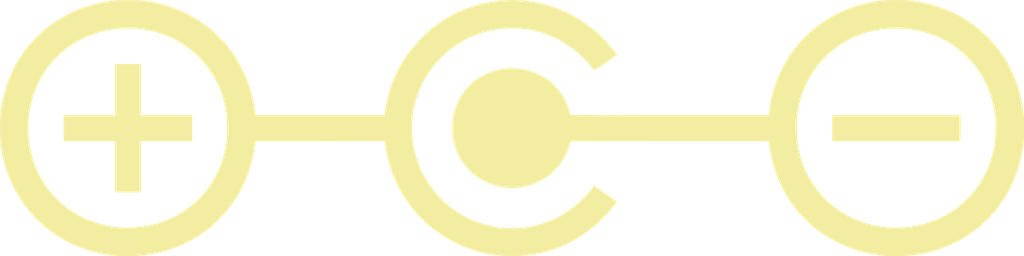
<source format=kicad_pcb>
(kicad_pcb (version 20240108) (generator pcbnew)
  (layers (0 "F.Cu" signal) (31 "B.Cu" signal) (34 "B.Paste" user) (35 "F.Paste" user) (36 "B.SilkS" user "B.Silkscreen") (37 "F.SilkS" user "F.Silkscreen") (38 "B.Mask" user) (39 "F.Mask" user) (44 "Edge.Cuts" user))
  (net 0 "")
  (footprint "Polarity_Center_Negative_12mm_SilkScreen" (layer "F.Cu") (at 0 0)
    (property "Reference" "REF**")
    (property "Value" "Polarity_Center_Negative_12mm_SilkScreen")
    (fp_poly (pts (xy 20.917647 0.597647) (xy 14.941176 0.597647) (xy 14.941176 -0.597647) (xy 20.917647 -0.597647) (xy 20.917647 0.597647)) (layer "F.SilkS") (stroke (width 0.01)) (fill solid))
    (fp_poly (pts (xy -17.306863 -0.597647) (xy -14.916275 -0.597647) (xy -14.916275 0.597647) (xy -17.306863 0.597647) (xy -17.306863 2.988235) (xy -18.502157 2.988235) (xy -18.502157 0.597647) (xy -20.892745 0.597647) (xy -20.892745 -0.597647) (xy -18.502157 -0.597647) (xy -18.502157 -2.988235) (xy -17.306863 -2.988235) (xy -17.306863 -0.597647)) (layer "F.SilkS") (stroke (width 0.01)) (fill solid))
    (fp_poly (pts (xy 18.169814 -5.970186) (xy 18.386007 -5.96185) (xy 18.491478 -5.953973) (xy 19.022581 -5.881604) (xy 19.543812 -5.764147) (xy 20.050719 -5.603413) (xy 20.53885 -5.401216) (xy 21.003752 -5.159365) (xy 21.440973 -4.879672) (xy 21.789216 -4.61212) (xy 22.183563 -4.250615) (xy 22.540907 -3.856593) (xy 22.859707 -3.432507) (xy 23.138417 -2.980812) (xy 23.375495 -2.503964) (xy 23.569398 -2.004416) (xy 23.69467 -1.581246) (xy 23.80114 -1.076715) (xy 23.866898 -0.558223) (xy 23.891761 -0.034605) (xy 23.875548 0.485309) (xy 23.818077 0.992685) (xy 23.75458 1.329458) (xy 23.612397 1.86169) (xy 23.427396 2.370872) (xy 23.200825 2.855151) (xy 22.933932 3.31267) (xy 22.627964 3.741576) (xy 22.284169 4.140012) (xy 21.903794 4.506124) (xy 21.488086 4.838057) (xy 21.312713 4.960493) (xy 20.853654 5.239465) (xy 20.374423 5.473382) (xy 19.873976 5.662643) (xy 19.351271 5.807646) (xy 18.843643 5.90322) (xy 18.716025 5.918882) (xy 18.558407 5.93326) (xy 18.381361 5.945875) (xy 18.195461 5.956254) (xy 18.011279 5.96392) (xy 17.839387 5.968396) (xy 17.690358 5.969208) (xy 17.574764 5.965879) (xy 17.53098 5.962308) (xy 17.469169 5.9555) (xy 17.373094 5.945175) (xy 17.258029 5.932965) (xy 17.182353 5.92501) (xy 16.690278 5.84966) (xy 16.197521 5.728079) (xy 15.711188 5.563226) (xy 15.238382 5.35806) (xy 14.786209 5.115542) (xy 14.361773 4.838631) (xy 14.106961 4.643902) (xy 13.944462 4.504112) (xy 13.766486 4.338217) (xy 13.586498 4.159631) (xy 13.417961 3.981767) (xy 13.27434 3.818039) (xy 13.25743 3.797549) (xy 12.966711 3.404646) (xy 12.707456 2.977034) (xy 12.482157 2.520514) (xy 12.293306 2.040887) (xy 12.143394 1.543952) (xy 12.034914 1.035511) (xy 12.013884 0.902696) (xy 11.96905 0.597647) (xy 7.353351 0.597647) (xy 6.770082 0.597707) (xy 6.234816 0.597896) (xy 5.745751 0.598226) (xy 5.301085 0.598708) (xy 4.899018 0.599355) (xy 4.537748 0.600179) (xy 4.215474 0.601192) (xy 3.930394 0.602407) (xy 3.680708 0.603835) (xy 3.464613 0.605489) (xy 3.280309 0.60738) (xy 3.125994 0.609521) (xy 2.999867 0.611924) (xy 2.900126 0.614601) (xy 2.824971 0.617564) (xy 2.772599 0.620826) (xy 2.74121 0.624397) (xy 2.729002 0.628292) (xy 2.728742 0.628775) (xy 2.628323 0.9435) (xy 2.517285 1.217699) (xy 2.390715 1.460322) (xy 2.243698 1.680319) (xy 2.07132 1.88664) (xy 1.993358 1.968162) (xy 1.72546 2.204707) (xy 1.433478 2.40066) (xy 1.121956 2.556015) (xy 0.795439 2.670764) (xy 0.458472 2.744902) (xy 0.115598 2.778422) (xy -0.228637 2.771318) (xy -0.569689 2.723582) (xy -0.903014 2.635209) (xy -1.224067 2.506192) (xy -1.528303 2.336524) (xy -1.811178 2.126199) (xy -1.975336 1.973867) (xy -2.216972 1.699694) (xy -2.412663 1.410618) (xy -2.565137 1.102299) (xy -2.627217 0.936004) (xy -2.723441 0.576438) (xy -2.773395 0.214195) (xy -2.776204 0.008602) (xy 13.272745 0.008602) (xy 13.293899 0.490325) (xy 13.358138 0.950394) (xy 13.466627 1.394042) (xy 13.620531 1.826508) (xy 13.733481 2.079314) (xy 13.958033 2.490411) (xy 14.220683 2.871129) (xy 14.518802 3.219749) (xy 14.849757 3.534554) (xy 15.210918 3.813826) (xy 15.599653 4.055847) (xy 16.013331 4.258899) (xy 16.449321 4.421264) (xy 16.904992 4.541225) (xy 17.377713 4.617063) (xy 17.65549 4.639982) (xy 17.74529 4.645061) (xy 17.823735 4.649801) (xy 17.854706 4.651842) (xy 17.902023 4.651714) (xy 17.987695 4.648271) (xy 18.100422 4.642079) (xy 18.228905 4.633704) (xy 18.257406 4.63168) (xy 18.746277 4.572918) (xy 19.215378 4.46964) (xy 19.662677 4.323609) (xy 20.086144 4.136588) (xy 20.483746 3.91034) (xy 20.853453 3.646626) (xy 21.193234 3.347211) (xy 21.501057 3.013857) (xy 21.774892 2.648327) (xy 22.012707 2.252382) (xy 22.212472 1.827787) (xy 22.372155 1.376303) (xy 22.475179 0.971177) (xy 22.506717 0.784281) (xy 22.53159 0.561829) (xy 22.549245 0.317691) (xy 22.559129 0.065738) (xy 22.560688 -0.180157) (xy 22.553368 -0.406125) (xy 22.537526 -0.591005) (xy 22.45404 -1.078468) (xy 22.326643 -1.543404) (xy 22.156124 -1.984522) (xy 21.943271 -2.400526) (xy 21.688873 -2.790123) (xy 21.393719 -3.152019) (xy 21.058596 -3.484921) (xy 20.684293 -3.787534) (xy 20.519216 -3.902866) (xy 20.13835 -4.128404) (xy 19.730908 -4.31491) (xy 19.302037 -4.461742) (xy 18.856887 -4.56826) (xy 18.400607 -4.633822) (xy 17.938345 -4.657788) (xy 17.475252 -4.639516) (xy 17.016475 -4.578364) (xy 16.567164 -4.473693) (xy 16.38549 -4.417588) (xy 15.943027 -4.245218) (xy 15.527457 -4.032106) (xy 15.140659 -3.780577) (xy 14.78451 -3.492954) (xy 14.46089 -3.171564) (xy 14.171678 -2.81873) (xy 13.918751 -2.436776) (xy 13.703989 -2.028028) (xy 13.52927 -1.594809) (xy 13.396472 -1.139445) (xy 13.307475 -0.66426) (xy 13.298867 -0.5983) (xy 13.289484 -0.495943) (xy 13.281596 -0.359272) (xy 13.275868 -0.203771) (xy 13.272969 -0.044923) (xy 13.272745 0.008602) (xy -2.776204 0.008602) (xy -2.778323 -0.146436) (xy -2.739468 -0.501166) (xy -2.658074 -0.845706) (xy -2.535386 -1.175767) (xy -2.372645 -1.48706) (xy -2.171096 -1.775297) (xy -1.931982 -2.036188) (xy -1.710642 -2.225262) (xy -1.411462 -2.422913) (xy -1.090836 -2.578251) (xy -0.753784 -2.691149) (xy -0.40533 -2.761482) (xy -0.050496 -2.789125) (xy 0.305697 -2.773952) (xy 0.658226 -2.715838) (xy 1.00207 -2.614656) (xy 1.332205 -2.470281) (xy 1.606176 -2.308224) (xy 1.68841 -2.247177) (xy 1.79015 -2.163298) (xy 1.896171 -2.069451) (xy 1.960855 -2.008533) (xy 2.176195 -1.775679) (xy 2.357253 -1.525982) (xy 2.508247 -1.25187) (xy 2.633394 -0.945771) (xy 2.729493 -0.628774) (xy 2.739448 -0.624842) (xy 2.768365 -0.621234) (xy 2.818045 -0.617937) (xy 2.890289 -0.61494) (xy 2.986898 -0.61223) (xy 3.109673 -0.609796) (xy 3.260414 -0.607624) (xy 3.440923 -0.605704) (xy 3.653001 -0.604023) (xy 3.898448 -0.602569) (xy 4.179065 -0.601329) (xy 4.496654 -0.600293) (xy 4.853015 -0.599446) (xy 5.24995 -0.598778) (xy 5.689259 -0.598277) (xy 6.172742 -0.597929) (xy 6.702202 -0.597723) (xy 7.279439 -0.597648) (xy 7.355303 -0.597647) (xy 11.972953 -0.597647) (xy 11.99004 -0.753284) (xy 12.035681 -1.065562) (xy 12.104805 -1.400837) (xy 12.192788 -1.740992) (xy 12.295008 -2.067907) (xy 12.391312 -2.325958) (xy 12.617666 -2.816702) (xy 12.883532 -3.27842) (xy 13.186851 -3.709516) (xy 13.525562 -4.108388) (xy 13.897606 -4.47344) (xy 14.300923 -4.803073) (xy 14.733454 -5.095687) (xy 15.193139 -5.349685) (xy 15.677917 -5.563468) (xy 16.185731 -5.735437) (xy 16.714519 -5.863994) (xy 17.017183 -5.916155) (xy 17.207873 -5.938456) (xy 17.433299 -5.955389) (xy 17.678642 -5.966575) (xy 17.929087 -5.971634) (xy 18.169814 -5.970186)) (layer "F.SilkS") (stroke (width 0.01)) (fill solid))
    (fp_poly (pts (xy 0.562937 -5.943412) (xy 1.084115 -5.871897) (xy 1.598417 -5.753218) (xy 2.004608 -5.623255) (xy 2.511428 -5.413749) (xy 2.995185 -5.160716) (xy 3.453481 -4.865945) (xy 3.883923 -4.531221) (xy 4.284114 -4.158331) (xy 4.65166 -3.749062) (xy 4.839044 -3.509082) (xy 4.905296 -3.41983) (xy 4.389586 -3.060846) (xy 4.247561 -2.962757) (xy 4.118195 -2.874886) (xy 4.007319 -2.801071) (xy 3.92076 -2.745155) (xy 3.864346 -2.710976) (xy 3.844737 -2.701863) (xy 3.816019 -2.720463) (xy 3.768928 -2.769188) (xy 3.71457 -2.836317) (xy 3.43161 -3.172953) (xy 3.109701 -3.484343) (xy 2.754796 -3.76679) (xy 2.372847 -4.016595) (xy 1.969807 -4.23006) (xy 1.551628 -4.403487) (xy 1.124264 -4.533178) (xy 0.90643 -4.580956) (xy 0.429817 -4.647261) (xy -0.045553 -4.665374) (xy -0.516298 -4.636319) (xy -0.979034 -4.561118) (xy -1.430379 -4.440796) (xy -1.866949 -4.276376) (xy -2.285362 -4.068882) (xy -2.682234 -3.819337) (xy -3.054183 -3.528765) (xy -3.287327 -3.312072) (xy -3.615615 -2.95153) (xy -3.900175 -2.567239) (xy -4.141098 -2.15902) (xy -4.338475 -1.726689) (xy -4.492398 -1.270065) (xy -4.602959 -0.788968) (xy -4.622658 -0.672345) (xy -4.645127 -0.480485) (xy -4.658845 -0.255901) (xy -4.663806 -0.014584) (xy -4.660003 0.22747) (xy -4.647431 0.454269) (xy -4.626084 0.649818) (xy -4.623165 0.668954) (xy -4.523404 1.149603) (xy -4.379755 1.610666) (xy -4.193813 2.049618) (xy -3.96717 2.463933) (xy -3.701423 2.851087) (xy -3.398165 3.208554) (xy -3.05899 3.533809) (xy -2.685493 3.824328) (xy -2.589804 3.889344) (xy -2.174421 4.135108) (xy -1.741862 4.335605) (xy -1.295477 4.490375) (xy -0.838617 4.598959) (xy -0.374633 4.660898) (xy 0.093124 4.675735) (xy 0.561304 4.643009) (xy 1.026557 4.562263) (xy 1.455197 4.443169) (xy 1.906204 4.268513) (xy 2.333796 4.050785) (xy 2.735228 3.79189) (xy 3.107756 3.493731) (xy 3.448632 3.158212) (xy 3.653702 2.918774) (xy 3.838673 2.687449) (xy 3.955072 2.770683) (xy 4.012523 2.811314) (xy 4.102163 2.874158) (xy 4.215221 2.953093) (xy 4.34293 3.041996) (xy 4.476127 3.134474) (xy 4.600014 3.22111) (xy 4.708571 3.298446) (xy 4.7956 3.361949) (xy 4.854904 3.407087) (xy 4.880285 3.429325) (xy 4.880784 3.430438) (xy 4.864879 3.464214) (xy 4.820909 3.527903) (xy 4.754489 3.614729) (xy 4.671238 3.717917) (xy 4.57677 3.830693) (xy 4.476704 3.946282) (xy 4.376656 4.057909) (xy 4.282241 4.158799) (xy 4.246846 4.195101) (xy 3.843153 4.568805) (xy 3.414439 4.89995) (xy 2.962618 5.187737) (xy 2.489602 5.431364) (xy 1.997302 5.630034) (xy 1.487632 5.782945) (xy 0.962502 5.889298) (xy 0.423826 5.948293) (xy 0.024902 5.960997) (xy -0.48262 5.9434) (xy -0.962775 5.889537) (xy -1.424406 5.797333) (xy -1.876358 5.664716) (xy -2.327474 5.489613) (xy -2.670628 5.329134) (xy -3.143028 5.065423) (xy -3.586983 4.761612) (xy -4.000203 4.419972) (xy -4.380396 4.042778) (xy -4.72527 3.632302) (xy -5.032534 3.190819) (xy -5.299797 2.720796) (xy -5.523764 2.2318) (xy -5.699975 1.735603) (xy -5.830465 1.225995) (xy -5.882346 0.944859) (xy -5.938191 0.597449) (xy -8.951791 0.603774) (xy -11.965392 0.610098) (xy -11.98421 0.784412) (xy -12.049392 1.206436) (xy -12.153325 1.641827) (xy -12.291811 2.078732) (xy -12.460655 2.505294) (xy -12.655662 2.909659) (xy -12.861142 3.262157) (xy -13.054649 3.54197) (xy -13.276172 3.824867) (xy -13.515758 4.099719) (xy -13.763451 4.355393) (xy -14.009296 4.580758) (xy -14.126598 4.677166) (xy -14.572858 4.998054) (xy -15.038434 5.273044) (xy -15.523236 5.502102) (xy -16.027174 5.685198) (xy -16.550159 5.822299) (xy -17.0921 5.913373) (xy -17.652908 5.95839) (xy -17.767549 5.961869) (xy -17.919672 5.964575) (xy -18.06144 5.965862) (xy -18.182495 5.965729) (xy -18.272482 5.964178) (xy -18.315392 5.961889) (xy -18.652994 5.923973) (xy -18.953373 5.880418) (xy -19.229009 5.828744) (xy -19.492382 5.766472) (xy -19.755972 5.691124) (xy -19.884216 5.650247) (xy -20.380222 5.461767) (xy -20.852098 5.230891) (xy -21.297772 4.959875) (xy -21.715174 4.650973) (xy -22.102233 4.306443) (xy -22.456879 3.928539) (xy -22.77704 3.519518) (xy -23.060647 3.081635) (xy -23.305628 2.617145) (xy -23.509914 2.128305) (xy -23.671432 1.617371) (xy -23.704307 1.488824) (xy -23.755589 1.268597) (xy -23.795354 1.070949) (xy -23.824926 0.883838) (xy -23.845625 0.695219) (xy -23.858773 0.493051) (xy -23.865692 0.265289) (xy -23.867704 0) (xy -23.86761 -0.012451) (xy -22.561177 -0.012451) (xy -22.538029 0.482217) (xy -22.46903 0.961619) (xy -22.354841 1.423701) (xy -22.196127 1.866409) (xy -21.99355 2.28769) (xy -21.747774 2.68549) (xy -21.64284 2.830536) (xy -21.34153 3.189123) (xy -21.006607 3.512505) (xy -20.641375 3.798909) (xy -20.249138 4.046561) (xy -19.833199 4.253686) (xy -19.396862 4.418511) (xy -18.943431 4.539261) (xy -18.47621 4.614164) (xy -18.29049 4.630598) (xy -18.174045 4.638569) (xy -18.072286 4.645541) (xy -17.997806 4.65065) (xy -17.966765 4.652786) (xy -17.924493 4.652306) (xy -17.843233 4.648595) (xy -17.733655 4.642234) (xy -17.606428 4.633802) (xy -17.569726 4.631195) (xy -17.085597 4.572756) (xy -16.620655 4.469915) (xy -16.176973 4.324745) (xy -15.756622 4.13932) (xy -15.361677 3.915711) (xy -14.994208 3.655994) (xy -14.656289 3.36224) (xy -14.349991 3.036522) (xy -14.077389 2.680916) (xy -13.840553 2.297492) (xy -13.641557 1.888325) (xy -13.482473 1.455487) (xy -13.365373 1.001053) (xy -13.292331 0.527095) (xy -13.276153 0.336177) (xy -13.266904 -0.157007) (xy -13.303517 -0.637818) (xy -13.384622 -1.103792) (xy -13.50885 -1.552461) (xy -13.674832 -1.981359) (xy -13.881199 -2.388019) (xy -14.126581 -2.769974) (xy -14.409611 -3.124759) (xy -14.728918 -3.449906) (xy -15.083134 -3.742949) (xy -15.47089 -4.001421) (xy -15.775912 -4.167639) (xy -16.209347 -4.35578) (xy -16.659625 -4.498923) (xy -17.122185 -4.597034) (xy -17.592464 -4.650085) (xy -18.0659 -4.658043) (xy -18.53793 -4.620879) (xy -19.003991 -4.538561) (xy -19.459522 -4.411059) (xy -19.89996 -4.238341) (xy -19.990615 -4.19608) (xy -20.40573 -3.970195) (xy -20.789106 -3.707193) (xy -21.139224 -3.409546) (xy -21.454568 -3.079724) (xy -21.73362 -2.720196) (xy -21.97486 -2.333435) (xy -22.176771 -1.921911) (xy -22.337835 -1.488093) (xy -22.456535 -1.034454) (xy -22.531351 -0.563463) (xy -22.560766 -0.077591) (xy -22.561177 -0.012451) (xy -23.86761 -0.012451) (xy -23.865688 -0.265047) (xy -23.858792 -0.492553) (xy -23.845743 -0.694648) (xy -23.825265 -0.883465) (xy -23.796087 -1.071134) (xy -23.756933 -1.269787) (xy -23.714759 -1.456765) (xy -23.567956 -1.975422) (xy -23.377707 -2.471786) (xy -23.146062 -2.943832) (xy -22.875069 -3.389536) (xy -22.566777 -3.806871) (xy -22.223234 -4.193812) (xy -21.846488 -4.548335) (xy -21.438589 -4.868413) (xy -21.001584 -5.152023) (xy -20.537522 -5.397137) (xy -20.048452 -5.601732) (xy -19.536423 -5.763782) (xy -19.29902 -5.822295) (xy -19.094403 -5.866525) (xy -18.913303 -5.900757) (xy -18.74392 -5.926176) (xy -18.574455 -5.943963) (xy -18.393107 -5.955302) (xy -18.188078 -5.961376) (xy -17.947566 -5.963369) (xy -17.892059 -5.96338) (xy -17.625321 -5.960964) (xy -17.395819 -5.95333) (xy -17.191138 -5.939168) (xy -16.998865 -5.917167) (xy -16.806585 -5.886018) (xy -16.601883 -5.84441) (xy -16.461703 -5.812414) (xy -15.975474 -5.6747) (xy -15.496638 -5.493794) (xy -15.033961 -5.273837) (xy -14.596208 -5.018969) (xy -14.215269 -4.751255) (xy -14.034063 -4.602857) (xy -13.839041 -4.427986) (xy -13.643117 -4.239212) (xy -13.459208 -4.049101) (xy -13.300226 -3.870221) (xy -13.260799 -3.822451) (xy -12.961514 -3.415654) (xy -12.69552 -2.978765) (xy -12.465839 -2.518755) (xy -12.275493 -2.042593) (xy -12.127504 -1.557252) (xy -12.024894 -1.069702) (xy -12.003057 -0.921372) (xy -11.988803 -0.817019) (xy -11.975531 -0.726085) (xy -11.965553 -0.664217) (xy -11.96355 -0.653676) (xy -11.951992 -0.597647) (xy -5.926667 -0.597647) (xy -5.926667 -0.656676) (xy -5.921429 -0.720982) (xy -5.907082 -0.822764) (xy -5.885678 -0.950959) (xy -5.85927 -1.094507) (xy -5.829909 -1.242344) (xy -5.799647 -1.38341) (xy -5.770536 -1.506642) (xy -5.764942 -1.528525) (xy -5.611812 -2.020546) (xy -5.412439 -2.500635) (xy -5.169786 -2.964533) (xy -4.886819 -3.407981) (xy -4.566503 -3.826718) (xy -4.211803 -4.216487) (xy -3.825684 -4.573027) (xy -3.435087 -4.875237) (xy -2.984581 -5.163751) (xy -2.513022 -5.408942) (xy -2.023902 -5.610329) (xy -1.520711 -5.767433) (xy -1.00694 -5.879773) (xy -0.486081 -5.94687) (xy 0.038375 -5.968243) (xy 0.562937 -5.943412)) (layer "F.SilkS") (stroke (width 0.01)) (fill solid))
  )
)
</source>
